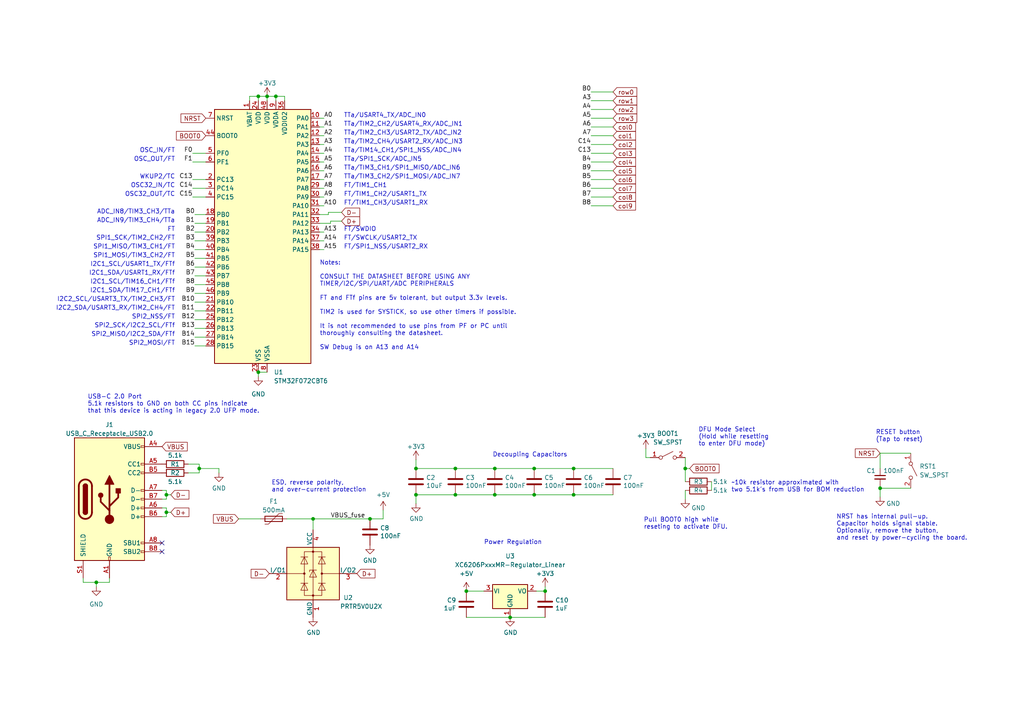
<source format=kicad_sch>
(kicad_sch (version 20231120) (generator "eeschema") (generator_version "8.0")
  (paper "A4")
  (lib_symbols
    (symbol "+5V_1" (power) (pin_names (offset 0))
      (property "Value" "+5V_1" (at 0 3.556 0))
      (symbol "+5V_1_0_1"
        (polyline (pts (xy -0.762 1.27) (xy 0 2.54)))
        (polyline (pts (xy 0 0) (xy 0 2.54)))
        (polyline (pts (xy 0 2.54) (xy 0.762 1.27)))
      )
      (symbol "+5V_1_1_1"
        (pin power_in line (at 0 0 90) (length 0) hide (name "+5V") (number "1"))
      )
    )
    (symbol "Connector:USB_C_Receptacle_USB2.0" (pin_names (offset 1.016))
      (property "Reference" "J" (at -10.16 19.05 0))
      (property "Value" "USB_C_Receptacle_USB2.0" (at 19.05 19.05 0))
      (symbol "USB_C_Receptacle_USB2.0_0_0"
        (rectangle (start -0.254 -17.78) (end 0.254 -16.764))
        (rectangle (start 10.16 -14.986) (end 9.144 -15.494))
        (rectangle (start 10.16 -12.446) (end 9.144 -12.954))
        (rectangle (start 10.16 -4.826) (end 9.144 -5.334))
        (rectangle (start 10.16 -2.286) (end 9.144 -2.794))
        (rectangle (start 10.16 0.254) (end 9.144 -0.254))
        (rectangle (start 10.16 2.794) (end 9.144 2.286))
        (rectangle (start 10.16 7.874) (end 9.144 7.366))
        (rectangle (start 10.16 10.414) (end 9.144 9.906))
        (rectangle (start 10.16 15.494) (end 9.144 14.986))
      )
      (symbol "USB_C_Receptacle_USB2.0_0_1"
        (rectangle (start -10.16 17.78) (end 10.16 -17.78) (stroke (width 0.254)) (fill (type background)))
        (arc (start -8.89 -3.81) (mid -6.985 -5.7067) (end -5.08 -3.81) (stroke (width 0.508)))
        (arc (start -7.62 -3.81) (mid -6.985 -4.4423) (end -6.35 -3.81) (stroke (width 0.254)))
        (arc (start -7.62 -3.81) (mid -6.985 -4.4423) (end -6.35 -3.81) (stroke (width 0.254)) (fill (type outline)))
        (rectangle (start -7.62 -3.81) (end -6.35 3.81) (stroke (width 0.254)) (fill (type outline)))
        (arc (start -6.35 3.81) (mid -6.985 4.4423) (end -7.62 3.81) (stroke (width 0.254)))
        (arc (start -6.35 3.81) (mid -6.985 4.4423) (end -7.62 3.81) (stroke (width 0.254)) (fill (type outline)))
        (arc (start -5.08 3.81) (mid -6.985 5.7067) (end -8.89 3.81) (stroke (width 0.508)))
        (circle (center -2.54 1.143) (radius 0.635) (stroke (width 0.254)) (fill (type outline)))
        (circle (center 0 -5.842) (radius 1.27) (fill (type outline)))
        (polyline (pts (xy -8.89 -3.81) (xy -8.89 3.81)) (stroke (width 0.508)))
        (polyline (pts (xy -5.08 3.81) (xy -5.08 -3.81)) (stroke (width 0.508)))
        (polyline (pts (xy 0 -5.842) (xy 0 4.318)) (stroke (width 0.508)))
        (polyline (pts (xy 0 -3.302) (xy -2.54 -0.762) (xy -2.54 0.508)) (stroke (width 0.508)))
        (polyline (pts (xy 0 -2.032) (xy 2.54 0.508) (xy 2.54 1.778)) (stroke (width 0.508)))
        (polyline (pts (xy -1.27 4.318) (xy 0 6.858) (xy 1.27 4.318) (xy -1.27 4.318)) (stroke (width 0.254)) (fill (type outline)))
        (rectangle (start 1.905 1.778) (end 3.175 3.048) (stroke (width 0.254)) (fill (type outline)))
      )
      (symbol "USB_C_Receptacle_USB2.0_1_1"
        (pin passive line (at 0 -22.86 90) (length 5.08) (name "GND") (number "A1"))
        (pin passive line (at 0 -22.86 90) (length 5.08) hide (name "GND") (number "A12"))
        (pin passive line (at 15.24 15.24 180) (length 5.08) (name "VBUS") (number "A4"))
        (pin bidirectional line (at 15.24 10.16 180) (length 5.08) (name "CC1") (number "A5"))
        (pin bidirectional line (at 15.24 -2.54 180) (length 5.08) (name "D+") (number "A6"))
        (pin bidirectional line (at 15.24 2.54 180) (length 5.08) (name "D-") (number "A7"))
        (pin bidirectional line (at 15.24 -12.7 180) (length 5.08) (name "SBU1") (number "A8"))
        (pin passive line (at 15.24 15.24 180) (length 5.08) hide (name "VBUS") (number "A9"))
        (pin passive line (at 0 -22.86 90) (length 5.08) hide (name "GND") (number "B1"))
        (pin passive line (at 0 -22.86 90) (length 5.08) hide (name "GND") (number "B12"))
        (pin passive line (at 15.24 15.24 180) (length 5.08) hide (name "VBUS") (number "B4"))
        (pin bidirectional line (at 15.24 7.62 180) (length 5.08) (name "CC2") (number "B5"))
        (pin bidirectional line (at 15.24 -5.08 180) (length 5.08) (name "D+") (number "B6"))
        (pin bidirectional line (at 15.24 0 180) (length 5.08) (name "D-") (number "B7"))
        (pin bidirectional line (at 15.24 -15.24 180) (length 5.08) (name "SBU2") (number "B8"))
        (pin passive line (at 15.24 15.24 180) (length 5.08) hide (name "VBUS") (number "B9"))
        (pin passive line (at -7.62 -22.86 90) (length 5.08) (name "SHIELD") (number "S1"))
      )
    )
    (symbol "Device:C" (pin_numbers hide) (pin_names (offset 0.254))
      (property "Reference" "C" (at 0.635 2.54 0))
      (property "Value" "C" (at 0.635 -2.54 0))
      (symbol "C_0_1"
        (polyline (pts (xy -2.032 -0.762) (xy 2.032 -0.762)) (stroke (width 0.508)))
        (polyline (pts (xy -2.032 0.762) (xy 2.032 0.762)) (stroke (width 0.508)))
      )
      (symbol "C_1_1"
        (pin passive line (at 0 3.81 270) (length 2.794) (name "~") (number "1"))
        (pin passive line (at 0 -3.81 90) (length 2.794) (name "~") (number "2"))
      )
    )
    (symbol "Device:C_Small" (pin_numbers hide) (pin_names (offset 0.254) hide)
      (property "Reference" "C" (at 0.254 1.778 0))
      (property "Value" "C_Small" (at 0.254 -2.032 0))
      (symbol "C_Small_0_1"
        (polyline (pts (xy -1.524 -0.508) (xy 1.524 -0.508)) (stroke (width 0.3302)))
        (polyline (pts (xy -1.524 0.508) (xy 1.524 0.508)) (stroke (width 0.3048)))
      )
      (symbol "C_Small_1_1"
        (pin passive line (at 0 2.54 270) (length 2.032) (name "~") (number "1"))
        (pin passive line (at 0 -2.54 90) (length 2.032) (name "~") (number "2"))
      )
    )
    (symbol "Device:Polyfuse" (pin_numbers hide) (pin_names (offset 0))
      (property "Reference" "F" (at -2.54 0 90))
      (property "Value" "Polyfuse" (at 2.54 0 90))
      (symbol "Polyfuse_0_1"
        (rectangle (start -0.762 2.54) (end 0.762 -2.54) (stroke (width 0.254)))
        (polyline (pts (xy 0 2.54) (xy 0 -2.54)))
        (polyline (pts (xy -1.524 2.54) (xy -1.524 1.524) (xy 1.524 -1.524) (xy 1.524 -2.54)))
      )
      (symbol "Polyfuse_1_1"
        (pin passive line (at 0 3.81 270) (length 1.27) (name "~") (number "1"))
        (pin passive line (at 0 -3.81 90) (length 1.27) (name "~") (number "2"))
      )
    )
    (symbol "Device:R" (pin_numbers hide) (pin_names (offset 0))
      (property "Reference" "R" (at 2.032 0 90))
      (property "Value" "R" (at 0 0 90))
      (symbol "R_0_1"
        (rectangle (start -1.016 -2.54) (end 1.016 2.54) (stroke (width 0.254)))
      )
      (symbol "R_1_1"
        (pin passive line (at 0 3.81 270) (length 1.27) (name "~") (number "1"))
        (pin passive line (at 0 -3.81 90) (length 1.27) (name "~") (number "2"))
      )
    )
    (symbol "MCU_ST_STM32F0:STM32F072CBTx"
      (property "Reference" "U" (at -12.7 39.37 0))
      (property "Value" "STM32F072CBTx" (at 10.16 39.37 0))
      (symbol "STM32F072CBTx_0_1"
        (rectangle (start -12.7 -35.56) (end 15.24 38.1) (stroke (width 0.254)) (fill (type background)))
      )
      (symbol "STM32F072CBTx_1_1"
        (pin power_in line (at -2.54 40.64 270) (length 2.54) (name "VBAT") (number "1"))
        (pin bidirectional line (at 17.78 35.56 180) (length 2.54) (name "PA0") (number "10"))
        (pin bidirectional line (at 17.78 33.02 180) (length 2.54) (name "PA1") (number "11"))
        (pin bidirectional line (at 17.78 30.48 180) (length 2.54) (name "PA2") (number "12"))
        (pin bidirectional line (at 17.78 27.94 180) (length 2.54) (name "PA3") (number "13"))
        (pin bidirectional line (at 17.78 25.4 180) (length 2.54) (name "PA4") (number "14"))
        (pin bidirectional line (at 17.78 22.86 180) (length 2.54) (name "PA5") (number "15"))
        (pin bidirectional line (at 17.78 20.32 180) (length 2.54) (name "PA6") (number "16"))
        (pin bidirectional line (at 17.78 17.78 180) (length 2.54) (name "PA7") (number "17"))
        (pin bidirectional line (at -15.24 7.62 0) (length 2.54) (name "PB0") (number "18"))
        (pin bidirectional line (at -15.24 5.08 0) (length 2.54) (name "PB1") (number "19"))
        (pin bidirectional line (at -15.24 17.78 0) (length 2.54) (name "PC13") (number "2"))
        (pin bidirectional line (at -15.24 2.54 0) (length 2.54) (name "PB2") (number "20"))
        (pin bidirectional line (at -15.24 -17.78 0) (length 2.54) (name "PB10") (number "21"))
        (pin bidirectional line (at -15.24 -20.32 0) (length 2.54) (name "PB11") (number "22"))
        (pin power_in line (at 0 -38.1 90) (length 2.54) (name "VSS") (number "23"))
        (pin power_in line (at 0 40.64 270) (length 2.54) (name "VDD") (number "24"))
        (pin bidirectional line (at -15.24 -22.86 0) (length 2.54) (name "PB12") (number "25"))
        (pin bidirectional line (at -15.24 -25.4 0) (length 2.54) (name "PB13") (number "26"))
        (pin bidirectional line (at -15.24 -27.94 0) (length 2.54) (name "PB14") (number "27"))
        (pin bidirectional line (at -15.24 -30.48 0) (length 2.54) (name "PB15") (number "28"))
        (pin bidirectional line (at 17.78 15.24 180) (length 2.54) (name "PA8") (number "29"))
        (pin bidirectional line (at -15.24 15.24 0) (length 2.54) (name "PC14") (number "3"))
        (pin bidirectional line (at 17.78 12.7 180) (length 2.54) (name "PA9") (number "30"))
        (pin bidirectional line (at 17.78 10.16 180) (length 2.54) (name "PA10") (number "31"))
        (pin bidirectional line (at 17.78 7.62 180) (length 2.54) (name "PA11") (number "32"))
        (pin bidirectional line (at 17.78 5.08 180) (length 2.54) (name "PA12") (number "33"))
        (pin bidirectional line (at 17.78 2.54 180) (length 2.54) (name "PA13") (number "34"))
        (pin passive line (at 0 -38.1 90) (length 2.54) hide (name "VSS") (number "35"))
        (pin power_in line (at 7.62 40.64 270) (length 2.54) (name "VDDIO2") (number "36"))
        (pin bidirectional line (at 17.78 0 180) (length 2.54) (name "PA14") (number "37"))
        (pin bidirectional line (at 17.78 -2.54 180) (length 2.54) (name "PA15") (number "38"))
        (pin bidirectional line (at -15.24 0 0) (length 2.54) (name "PB3") (number "39"))
        (pin bidirectional line (at -15.24 12.7 0) (length 2.54) (name "PC15") (number "4"))
        (pin bidirectional line (at -15.24 -2.54 0) (length 2.54) (name "PB4") (number "40"))
        (pin bidirectional line (at -15.24 -5.08 0) (length 2.54) (name "PB5") (number "41"))
        (pin bidirectional line (at -15.24 -7.62 0) (length 2.54) (name "PB6") (number "42"))
        (pin bidirectional line (at -15.24 -10.16 0) (length 2.54) (name "PB7") (number "43"))
        (pin input line (at -15.24 30.48 0) (length 2.54) (name "BOOT0") (number "44"))
        (pin bidirectional line (at -15.24 -12.7 0) (length 2.54) (name "PB8") (number "45"))
        (pin bidirectional line (at -15.24 -15.24 0) (length 2.54) (name "PB9") (number "46"))
        (pin passive line (at 0 -38.1 90) (length 2.54) hide (name "VSS") (number "47"))
        (pin power_in line (at 2.54 40.64 270) (length 2.54) (name "VDD") (number "48"))
        (pin bidirectional line (at -15.24 25.4 0) (length 2.54) (name "PF0") (number "5"))
        (pin bidirectional line (at -15.24 22.86 0) (length 2.54) (name "PF1") (number "6"))
        (pin input line (at -15.24 35.56 0) (length 2.54) (name "NRST") (number "7"))
        (pin power_in line (at 2.54 -38.1 90) (length 2.54) (name "VSSA") (number "8"))
        (pin power_in line (at 5.08 40.64 270) (length 2.54) (name "VDDA") (number "9"))
      )
    )
    (symbol "Power_Protection:PRTR5V0U2X" (pin_names (offset 0))
      (property "Reference" "D" (at 2.794 8.636 0))
      (property "Value" "PRTR5V0U2X" (at 8.128 -9.398 0))
      (symbol "PRTR5V0U2X_0_1"
        (rectangle (start -7.62 -7.62) (end 7.62 7.62) (stroke (width 0.254)) (fill (type background)))
        (circle (center -2.54 0) (radius 0.254) (fill (type outline)))
        (rectangle (start -2.54 6.35) (end 2.54 -6.35))
        (circle (center 0 -6.35) (radius 0.254) (fill (type outline)))
        (polyline (pts (xy -2.54 0) (xy -7.62 0)))
        (polyline (pts (xy -1.524 -2.794) (xy -3.556 -2.794)))
        (polyline (pts (xy -1.524 4.826) (xy -3.556 4.826)))
        (polyline (pts (xy 0 -7.62) (xy 0 7.62)))
        (polyline (pts (xy 1.524 -2.794) (xy 3.556 -2.794)))
        (polyline (pts (xy 1.524 4.826) (xy 3.556 4.826)))
        (polyline (pts (xy 2.54 0) (xy 7.62 0)))
        (polyline (pts (xy 1.016 1.016) (xy -1.016 1.016) (xy -1.016 0.508)))
        (polyline (pts (xy -3.556 -4.826) (xy -1.524 -4.826) (xy -2.54 -2.794) (xy -3.556 -4.826)))
        (polyline (pts (xy -3.556 2.794) (xy -1.524 2.794) (xy -2.54 4.826) (xy -3.556 2.794)))
        (polyline (pts (xy -1.016 -1.016) (xy 1.016 -1.016) (xy 0 1.016) (xy -1.016 -1.016)))
        (polyline (pts (xy 3.556 -4.826) (xy 1.524 -4.826) (xy 2.54 -2.794) (xy 3.556 -4.826)))
        (polyline (pts (xy 3.556 2.794) (xy 1.524 2.794) (xy 2.54 4.826) (xy 3.556 2.794)))
        (circle (center 0 6.35) (radius 0.254) (fill (type outline)))
        (circle (center 2.54 0) (radius 0.254) (fill (type outline)))
      )
      (symbol "PRTR5V0U2X_1_1"
        (pin passive line (at 0 -12.7 90) (length 5.08) (name "GND") (number "1"))
        (pin passive line (at -12.7 0 0) (length 5.08) (name "I/O1") (number "2"))
        (pin passive line (at 12.7 0 180) (length 5.08) (name "I/O2") (number "3"))
        (pin passive line (at 0 12.7 270) (length 5.08) (name "VCC") (number "4"))
      )
    )
    (symbol "Switch:SW_SPST" (pin_names (offset 0) hide)
      (property "Reference" "SW" (at 0 3.175 0))
      (property "Value" "SW_SPST" (at 0 -2.54 0))
      (symbol "SW_SPST_0_0"
        (circle (center -2.032 0) (radius 0.508))
        (polyline (pts (xy -1.524 0.254) (xy 1.524 1.778)))
        (circle (center 2.032 0) (radius 0.508))
      )
      (symbol "SW_SPST_1_1"
        (pin passive line (at -5.08 0 0) (length 2.54) (name "A") (number "1"))
        (pin passive line (at 5.08 0 180) (length 2.54) (name "B") (number "2"))
      )
    )
    (symbol "kicad-keyboard-parts:XC6206PxxxMR-Regulator_Linear" (pin_names (offset 0.254))
      (property "Reference" "U" (at -3.81 3.175 0))
      (property "Value" "XC6206PxxxMR-Regulator_Linear" (at 0 3.175 0))
      (property "LCSC" "C5446" (at 0 0 0))
      (symbol "XC6206PxxxMR-Regulator_Linear_0_1"
        (rectangle (start -5.08 1.905) (end 5.08 -5.08) (stroke (width 0.254)) (fill (type background)))
      )
      (symbol "XC6206PxxxMR-Regulator_Linear_1_1"
        (pin power_in line (at 0 -7.62 90) (length 2.54) (name "GND") (number "1"))
        (pin power_out line (at 7.62 0 180) (length 2.54) (name "VO") (number "2"))
        (pin power_in line (at -7.62 0 0) (length 2.54) (name "VI") (number "3"))
      )
    )
    (symbol "power:+3V3" (power) (pin_names (offset 0))
      (property "Value" "+3V3" (at 0 3.556 0))
      (symbol "+3V3_0_1"
        (polyline (pts (xy -0.762 1.27) (xy 0 2.54)))
        (polyline (pts (xy 0 0) (xy 0 2.54)))
        (polyline (pts (xy 0 2.54) (xy 0.762 1.27)))
      )
      (symbol "+3V3_1_1"
        (pin power_in line (at 0 0 90) (length 0) hide (name "+3V3") (number "1"))
      )
    )
    (symbol "power:+5V" (power) (pin_names (offset 0))
      (property "Value" "+5V" (at 0 3.556 0))
      (symbol "+5V_0_1"
        (polyline (pts (xy -0.762 1.27) (xy 0 2.54)))
        (polyline (pts (xy 0 0) (xy 0 2.54)))
        (polyline (pts (xy 0 2.54) (xy 0.762 1.27)))
      )
      (symbol "+5V_1_1"
        (pin power_in line (at 0 0 90) (length 0) hide (name "+5V") (number "1"))
      )
    )
    (symbol "power:GND" (power) (pin_names (offset 0))
      (property "Value" "GND" (at 0 -3.81 0))
      (symbol "GND_0_1"
        (polyline (pts (xy 0 0) (xy 0 -1.27) (xy 1.27 -1.27) (xy 0 -2.54) (xy -1.27 -1.27) (xy 0 -1.27)))
      )
      (symbol "GND_1_1"
        (pin power_in line (at 0 0 270) (length 0) hide (name "GND") (number "1"))
      )
    )
  )
  (junction (at 135.255 171.45))
  (junction (at 74.93 107.95))
  (junction (at 107.315 150.495))
  (junction (at 132.08 135.89))
  (junction (at 154.94 135.89))
  (junction (at 255.27 141.605))
  (junction (at 154.94 143.51))
  (junction (at 74.93 27.94))
  (junction (at 147.955 179.07) (diameter 0.9144))
  (junction (at 198.755 135.89))
  (junction (at 27.94 168.91))
  (junction (at 143.51 135.89))
  (junction (at 77.47 27.94))
  (junction (at 166.37 143.51))
  (junction (at 48.26 143.51))
  (junction (at 120.65 135.89))
  (junction (at 48.26 148.59))
  (junction (at 166.37 135.89))
  (junction (at 120.65 143.51))
  (junction (at 80.01 27.94))
  (junction (at 158.115 171.45))
  (junction (at 57.785 135.89))
  (junction (at 132.08 143.51))
  (junction (at 143.51 143.51))
  (junction (at 90.805 150.495))
  (no_connect (at 46.99 157.48))
  (no_connect (at 46.99 160.02))
  (wire (pts (xy 158.115 170.18) (xy 158.115 171.45)))
  (wire (pts (xy 48.26 143.51) (xy 48.26 144.78)))
  (wire (pts (xy 177.8 41.91) (xy 171.45 41.91)))
  (wire (pts (xy 93.98 46.99) (xy 92.71 46.99)))
  (wire (pts (xy 63.5 135.89) (xy 63.5 137.16)))
  (wire (pts (xy 90.805 150.495) (xy 90.805 153.67)))
  (wire (pts (xy 27.94 170.18) (xy 27.94 168.91)))
  (wire (pts (xy 74.93 109.22) (xy 74.93 107.95)))
  (wire (pts (xy 93.98 34.29) (xy 92.71 34.29)))
  (wire (pts (xy 155.575 171.45) (xy 158.115 171.45)))
  (wire (pts (xy 46.99 147.32) (xy 48.26 147.32)))
  (wire (pts (xy 93.98 49.53) (xy 92.71 49.53)))
  (wire (pts (xy 154.94 143.51) (xy 166.37 143.51)))
  (wire (pts (xy 55.88 54.61) (xy 59.69 54.61)))
  (wire (pts (xy 255.27 144.145) (xy 255.27 141.605)))
  (wire (pts (xy 198.755 135.89) (xy 198.755 139.7)))
  (wire (pts (xy 255.27 131.445) (xy 264.16 131.445)))
  (wire (pts (xy 56.515 95.25) (xy 59.69 95.25)))
  (wire (pts (xy 154.94 135.89) (xy 166.37 135.89)))
  (wire (pts (xy 72.39 27.94) (xy 72.39 29.21)))
  (wire (pts (xy 48.26 148.59) (xy 49.53 148.59)))
  (wire (pts (xy 48.26 143.51) (xy 49.53 143.51)))
  (wire (pts (xy 57.785 137.16) (xy 57.785 135.89)))
  (wire (pts (xy 93.98 39.37) (xy 92.71 39.37)))
  (wire (pts (xy 48.26 142.24) (xy 48.26 143.51)))
  (wire (pts (xy 95.885 64.77) (xy 92.71 64.77)))
  (wire (pts (xy 177.8 59.69) (xy 171.45 59.69)))
  (wire (pts (xy 93.98 67.31) (xy 92.71 67.31)))
  (wire (pts (xy 56.515 82.55) (xy 59.69 82.55)))
  (wire (pts (xy 56.515 92.71) (xy 59.69 92.71)))
  (wire (pts (xy 54.61 137.16) (xy 57.785 137.16)))
  (wire (pts (xy 27.94 168.91) (xy 31.75 168.91)))
  (wire (pts (xy 132.08 135.89) (xy 120.65 135.89)))
  (wire (pts (xy 93.98 72.39) (xy 92.71 72.39)))
  (wire (pts (xy 80.01 27.94) (xy 77.47 27.94)))
  (wire (pts (xy 147.955 179.07) (xy 135.255 179.07)))
  (wire (pts (xy 206.375 139.7) (xy 206.375 142.24)))
  (wire (pts (xy 177.8 29.21) (xy 171.45 29.21)))
  (wire (pts (xy 24.13 167.64) (xy 24.13 168.91)))
  (wire (pts (xy 93.98 54.61) (xy 92.71 54.61)))
  (wire (pts (xy 166.37 143.51) (xy 177.8 143.51)))
  (wire (pts (xy 188.595 132.715) (xy 187.325 132.715)))
  (wire (pts (xy 24.13 168.91) (xy 27.94 168.91)))
  (wire (pts (xy 56.515 74.93) (xy 59.69 74.93)))
  (wire (pts (xy 77.47 27.94) (xy 77.47 29.21)))
  (wire (pts (xy 57.785 135.89) (xy 63.5 135.89)))
  (wire (pts (xy 107.315 150.495) (xy 111.125 150.495)))
  (wire (pts (xy 48.26 147.32) (xy 48.26 148.59)))
  (wire (pts (xy 55.88 46.99) (xy 59.69 46.99)))
  (wire (pts (xy 56.515 90.17) (xy 59.69 90.17)))
  (wire (pts (xy 80.01 27.94) (xy 82.55 27.94)))
  (wire (pts (xy 132.08 143.51) (xy 120.65 143.51)))
  (wire (pts (xy 72.39 27.94) (xy 74.93 27.94)))
  (wire (pts (xy 177.8 52.07) (xy 171.45 52.07)))
  (wire (pts (xy 57.785 135.89) (xy 57.785 134.62)))
  (wire (pts (xy 177.8 26.67) (xy 171.45 26.67)))
  (wire (pts (xy 93.98 57.15) (xy 92.71 57.15)))
  (wire (pts (xy 56.515 80.01) (xy 59.69 80.01)))
  (wire (pts (xy 46.99 144.78) (xy 48.26 144.78)))
  (wire (pts (xy 55.88 52.07) (xy 59.69 52.07)))
  (wire (pts (xy 82.55 27.94) (xy 82.55 29.21)))
  (wire (pts (xy 177.8 36.83) (xy 171.45 36.83)))
  (wire (pts (xy 255.27 141.605) (xy 264.16 141.605)))
  (wire (pts (xy 56.515 97.79) (xy 59.69 97.79)))
  (wire (pts (xy 93.98 41.91) (xy 92.71 41.91)))
  (wire (pts (xy 147.955 179.07) (xy 158.115 179.07)))
  (wire (pts (xy 54.61 134.62) (xy 57.785 134.62)))
  (wire (pts (xy 93.98 59.69) (xy 92.71 59.69)))
  (wire (pts (xy 55.88 57.15) (xy 59.69 57.15)))
  (wire (pts (xy 120.65 146.05) (xy 120.65 143.51)))
  (wire (pts (xy 46.99 149.86) (xy 48.26 149.86)))
  (wire (pts (xy 74.93 27.94) (xy 77.47 27.94)))
  (wire (pts (xy 48.26 149.86) (xy 48.26 148.59)))
  (wire (pts (xy 56.515 69.85) (xy 59.69 69.85)))
  (wire (pts (xy 99.06 61.595) (xy 95.25 61.595)))
  (wire (pts (xy 255.27 141.605) (xy 255.27 140.97)))
  (wire (pts (xy 80.01 27.94) (xy 80.01 29.21)))
  (wire (pts (xy 143.51 135.89) (xy 154.94 135.89)))
  (wire (pts (xy 95.25 62.23) (xy 92.71 62.23)))
  (wire (pts (xy 31.75 168.91) (xy 31.75 167.64)))
  (wire (pts (xy 56.515 85.09) (xy 59.69 85.09)))
  (wire (pts (xy 99.06 64.135) (xy 95.885 64.135)))
  (wire (pts (xy 56.515 77.47) (xy 59.69 77.47)))
  (wire (pts (xy 90.805 150.495) (xy 107.315 150.495)))
  (wire (pts (xy 177.8 57.15) (xy 171.45 57.15)))
  (wire (pts (xy 177.8 44.45) (xy 171.45 44.45)))
  (wire (pts (xy 95.25 61.595) (xy 95.25 62.23)))
  (wire (pts (xy 69.215 150.495) (xy 75.565 150.495)))
  (wire (pts (xy 120.65 133.35) (xy 120.65 135.89)))
  (wire (pts (xy 95.885 64.135) (xy 95.885 64.77)))
  (wire (pts (xy 143.51 143.51) (xy 132.08 143.51)))
  (wire (pts (xy 166.37 135.89) (xy 177.8 135.89)))
  (wire (pts (xy 93.98 44.45) (xy 92.71 44.45)))
  (wire (pts (xy 177.8 31.75) (xy 171.45 31.75)))
  (wire (pts (xy 177.8 49.53) (xy 171.45 49.53)))
  (wire (pts (xy 93.98 36.83) (xy 92.71 36.83)))
  (wire (pts (xy 56.515 67.31) (xy 59.69 67.31)))
  (wire (pts (xy 143.51 143.51) (xy 154.94 143.51)))
  (wire (pts (xy 83.185 150.495) (xy 90.805 150.495)))
  (wire (pts (xy 177.8 39.37) (xy 171.45 39.37)))
  (wire (pts (xy 56.515 64.77) (xy 59.69 64.77)))
  (wire (pts (xy 55.88 44.45) (xy 59.69 44.45)))
  (wire (pts (xy 56.515 72.39) (xy 59.69 72.39)))
  (wire (pts (xy 143.51 135.89) (xy 132.08 135.89)))
  (wire (pts (xy 187.325 132.715) (xy 187.325 130.175)))
  (wire (pts (xy 177.8 46.99) (xy 171.45 46.99)))
  (wire (pts (xy 177.8 54.61) (xy 171.45 54.61)))
  (wire (pts (xy 93.98 52.07) (xy 92.71 52.07)))
  (wire (pts (xy 111.125 147.955) (xy 111.125 150.495)))
  (wire (pts (xy 74.93 107.95) (xy 77.47 107.95)))
  (wire (pts (xy 74.93 27.94) (xy 74.93 29.21)))
  (wire (pts (xy 93.98 69.85) (xy 92.71 69.85)))
  (wire (pts (xy 255.27 131.445) (xy 255.27 135.89)))
  (wire (pts (xy 135.255 171.45) (xy 140.335 171.45)))
  (wire (pts (xy 56.515 87.63) (xy 59.69 87.63)))
  (wire (pts (xy 198.755 135.89) (xy 200.025 135.89)))
  (wire (pts (xy 56.515 62.23) (xy 59.69 62.23)))
  (wire (pts (xy 56.515 100.33) (xy 59.69 100.33)))
  (wire (pts (xy 46.99 142.24) (xy 48.26 142.24)))
  (wire (pts (xy 198.755 142.24) (xy 198.755 144.78)))
  (wire (pts (xy 177.8 34.29) (xy 171.45 34.29)))
  (wire (pts (xy 198.755 132.715) (xy 198.755 135.89)))
  (text "I2C1_SDA/USART1_RX/FTf" (at 50.8 80.01 0) (effects (font (size 1.27 1.27)) (justify right bottom)))
  (text "NRST has internal pull-up.\nCapacitor holds signal stable.\nOptionally, remove the button,\nand reset by power-cycling the board." (at 242.57 156.845 0) (effects (font (size 1.27 1.27)) (justify left bottom)))
  (text "TTa/TIM3_CH2/SPI1_MOSI/ADC_IN7" (at 99.695 52.07 0) (effects (font (size 1.27 1.27)) (justify left bottom)))
  (text "TTa/TIM14_CH1/SPI1_NSS/ADC_IN4" (at 99.695 44.45 0) (effects (font (size 1.27 1.27)) (justify left bottom)))
  (text "SPI2_MISO/I2C2_SDA/FTf" (at 50.8 97.79 0) (effects (font (size 1.27 1.27)) (justify right bottom)))
  (text "ESD, reverse polarity,\nand over-current protection" (at 78.74 142.875 0) (effects (font (size 1.27 1.27)) (justify left bottom)))
  (text "OSC32_IN/TC" (at 50.8 54.61 0) (effects (font (size 1.27 1.27)) (justify right bottom)))
  (text "FT" (at 50.8 67.31 0) (effects (font (size 1.27 1.27)) (justify right bottom)))
  (text "FT/SPI1_NSS/USART2_RX" (at 99.695 72.39 0) (effects (font (size 1.27 1.27)) (justify left bottom)))
  (text "OSC32_OUT/TC" (at 50.8 57.15 0) (effects (font (size 1.27 1.27)) (justify right bottom)))
  (text "SPI2_NSS/FT" (at 50.8 92.71 0) (effects (font (size 1.27 1.27)) (justify right bottom)))
  (text "I2C2_SDA/USART3_RX/TIM2_CH4/FT" (at 50.8 90.17 0) (effects (font (size 1.27 1.27)) (justify right bottom)))
  (text "ADC_IN9/TIM3_CH4/TTa" (at 50.8 64.77 0) (effects (font (size 1.27 1.27)) (justify right bottom)))
  (text "Decoupling Capacitors" (at 142.875 132.715 0) (effects (font (size 1.27 1.27)) (justify left bottom)))
  (text "OSC_IN/FT" (at 50.8 44.45 0) (effects (font (size 1.27 1.27)) (justify right bottom)))
  (text "SPI1_MOSI/TIM3_CH2/FT" (at 50.8 74.93 0) (effects (font (size 1.27 1.27)) (justify right bottom)))
  (text "Pull BOOT0 high while \nreseting to activate DFU." (at 186.69 153.67 0) (effects (font (size 1.27 1.27)) (justify left bottom)))
  (text "FT/SWDIO" (at 99.695 67.31 0) (effects (font (size 1.27 1.27)) (justify left bottom)))
  (text "I2C1_SCL/USART1_TX/FTf" (at 50.8 77.47 0) (effects (font (size 1.27 1.27)) (justify right bottom)))
  (text "TTa/TIM2_CH3/USART2_TX/ADC_IN2" (at 99.695 39.37 0) (effects (font (size 1.27 1.27)) (justify left bottom)))
  (text "~10k resistor approximated with\ntwo 5.1k's from USB for BOM reduction" (at 212.09 142.875 0) (effects (font (size 1.27 1.27)) (justify left bottom)))
  (text "Power Regulation" (at 140.335 158.115 0) (effects (font (size 1.27 1.27)) (justify left bottom)))
  (text "WKUP2/TC" (at 50.8 52.07 0) (effects (font (size 1.27 1.27)) (justify right bottom)))
  (text "I2C2_SCL/USART3_TX/TIM2_CH3/FT" (at 50.8 87.63 0) (effects (font (size 1.27 1.27)) (justify right bottom)))
  (text "TTa/SPI1_SCK/ADC_IN5" (at 99.695 46.99 0) (effects (font (size 1.27 1.27)) (justify left bottom)))
  (text "FT/TIM1_CH1" (at 99.695 54.61 0) (effects (font (size 1.27 1.27)) (justify left bottom)))
  (text "SPI1_SCK/TIM2_CH2/FT" (at 50.8 69.85 0) (effects (font (size 1.27 1.27)) (justify right bottom)))
  (text "OSC_OUT/FT" (at 50.8 46.99 0) (effects (font (size 1.27 1.27)) (justify right bottom)))
  (text "I2C1_SCL/TIM16_CH1/FTf" (at 50.8 82.55 0) (effects (font (size 1.27 1.27)) (justify right bottom)))
  (text "TTa/TIM3_CH1/SPI1_MISO/ADC_IN6" (at 99.695 49.53 0) (effects (font (size 1.27 1.27)) (justify left bottom)))
  (text "TTa/TIM2_CH2/USART4_RX/ADC_IN1" (at 99.695 36.83 0) (effects (font (size 1.27 1.27)) (justify left bottom)))
  (text "DFU Mode Select\n(Hold while resetting\nto enter DFU mode)" (at 202.565 129.54 0) (effects (font (size 1.27 1.27)) (justify left bottom)))
  (text "TTa/TIM2_CH4/USART2_RX/ADC_IN3" (at 99.695 41.91 0) (effects (font (size 1.27 1.27)) (justify left bottom)))
  (text "Notes:\n\nCONSULT THE DATASHEET BEFORE USING ANY \nTIMER/I2C/SPI/UART/ADC PERIPHERALS\n\nFT and FTf pins are 5v tolerant, but output 3.3v levels.\n\nTIM2 is used for SYSTICK, so use other timers if possible.\n\nIt is not recommended to use pins from PF or PC until\nthoroughly consulting the datasheet.\n\nSW Debug is on A13 and A14" (at 92.71 101.6 0) (effects (font (size 1.27 1.27)) (justify left bottom)))
  (text "SPI2_SCK/I2C2_SCL/FTf" (at 50.8 95.25 0) (effects (font (size 1.27 1.27)) (justify right bottom)))
  (text "SPI1_MISO/TIM3_CH1/FT" (at 50.8 72.39 0) (effects (font (size 1.27 1.27)) (justify right bottom)))
  (text "I2C1_SDA/TIM17_CH1/FTf" (at 50.8 85.09 0) (effects (font (size 1.27 1.27)) (justify right bottom)))
  (text "TTa/USART4_TX/ADC_IN0" (at 99.695 34.29 0) (effects (font (size 1.27 1.27)) (justify left bottom)))
  (text "ADC_IN8/TIM3_CH3/TTa" (at 50.8 62.23 0) (effects (font (size 1.27 1.27)) (justify right bottom)))
  (text "FT/SWCLK/USART2_TX" (at 99.695 69.85 0) (effects (font (size 1.27 1.27)) (justify left bottom)))
  (text "RESET button\n(Tap to reset)" (at 254 128.27 0) (effects (font (size 1.27 1.27)) (justify left bottom)))
  (text "SPI2_MOSI/FT" (at 50.8 100.33 0) (effects (font (size 1.27 1.27)) (justify right bottom)))
  (text "USB-C 2.0 Port\n5.1k resistors to GND on both CC pins indicate\nthat this device is acting in legacy 2.0 UFP mode." (at 25.4 120.015 0) (effects (font (size 1.27 1.27)) (justify left bottom)))
  (text "FT/TIM1_CH3/USART1_RX" (at 99.695 59.69 0) (effects (font (size 1.27 1.27)) (justify left bottom)))
  (text "FT/TIM1_CH2/USART1_TX" (at 99.695 57.15 0) (effects (font (size 1.27 1.27)) (justify left bottom)))
  (label "B1" (at 56.515 64.77 180))
  (label "B5" (at 171.45 52.07 180))
  (label "A4" (at 93.98 44.45 0))
  (label "B15" (at 56.515 100.33 180))
  (label "B6" (at 56.515 77.47 180))
  (label "VBUS_fuse" (at 95.885 150.495 0))
  (label "B0" (at 56.515 62.23 180))
  (label "B11" (at 56.515 90.17 180))
  (label "C14" (at 55.88 54.61 180))
  (label "B7" (at 56.515 80.01 180))
  (label "A8" (at 93.98 54.61 0))
  (label "C14" (at 171.45 41.91 180))
  (label "B10" (at 56.515 87.63 180))
  (label "B9" (at 171.45 49.53 180))
  (label "A7" (at 171.45 39.37 180))
  (label "B0" (at 171.45 26.67 180))
  (label "B8" (at 56.515 82.55 180))
  (label "A6" (at 171.45 36.83 180))
  (label "F1" (at 55.88 46.99 180))
  (label "A14" (at 93.98 69.85 0))
  (label "A15" (at 93.98 72.39 0))
  (label "A3" (at 171.45 29.21 180))
  (label "F0" (at 55.88 44.45 180))
  (label "A5" (at 171.45 34.29 180))
  (label "A13" (at 93.98 67.31 0))
  (label "A2" (at 93.98 39.37 0))
  (label "A5" (at 93.98 46.99 0))
  (label "C13" (at 171.45 44.45 180))
  (label "B13" (at 56.515 95.25 180))
  (label "A10" (at 93.98 59.69 0))
  (label "A9" (at 93.98 57.15 0))
  (label "B12" (at 56.515 92.71 180))
  (label "B7" (at 171.45 57.15 180))
  (label "A3" (at 93.98 41.91 0))
  (label "C13" (at 55.88 52.07 180))
  (label "A0" (at 93.98 34.29 0))
  (label "A1" (at 93.98 36.83 0))
  (label "B5" (at 56.515 74.93 180))
  (label "B2" (at 56.515 67.31 180))
  (label "B9" (at 56.515 85.09 180))
  (label "A7" (at 93.98 52.07 0))
  (label "B4" (at 56.515 72.39 180))
  (label "B14" (at 56.515 97.79 180))
  (label "C15" (at 55.88 57.15 180))
  (label "B3" (at 56.515 69.85 180))
  (label "B8" (at 171.45 59.69 180))
  (label "B4" (at 171.45 46.99 180))
  (label "B6" (at 171.45 54.61 180))
  (label "A4" (at 171.45 31.75 180))
  (label "A6" (at 93.98 49.53 0))
  (global_label "NRST" (shape input) (at 255.27 131.445 180) (property "Intersheetrefs" "${INTERSHEET_REFS}" (effects (hide yes))))
  (global_label "col5" (shape input) (at 177.8 49.53 0) (property "Intersheetrefs" "${INTERSHEET_REFS}" (effects (hide yes))))
  (global_label "row3" (shape input) (at 177.8 34.29 0) (property "Intersheetrefs" "${INTERSHEET_REFS}" (effects (hide yes))))
  (global_label "BOOT0" (shape input) (at 59.69 39.37 180) (property "Intersheetrefs" "${INTERSHEET_REFS}" (effects (hide yes))))
  (global_label "col8" (shape input) (at 177.8 57.15 0) (property "Intersheetrefs" "${INTERSHEET_REFS}" (effects (hide yes))))
  (global_label "col4" (shape input) (at 177.8 46.99 0) (property "Intersheetrefs" "${INTERSHEET_REFS}" (effects (hide yes))))
  (global_label "D-" (shape input) (at 78.105 166.37 180) (property "Intersheetrefs" "${INTERSHEET_REFS}" (effects (hide yes))))
  (global_label "col7" (shape input) (at 177.8 54.61 0) (property "Intersheetrefs" "${INTERSHEET_REFS}" (effects (hide yes))))
  (global_label "VBUS" (shape input) (at 69.215 150.495 180) (property "Intersheetrefs" "${INTERSHEET_REFS}" (effects (hide yes))))
  (global_label "D+" (shape input) (at 49.53 148.59 0) (property "Intersheetrefs" "${INTERSHEET_REFS}" (effects (hide yes))))
  (global_label "D+" (shape input) (at 103.505 166.37 0) (property "Intersheetrefs" "${INTERSHEET_REFS}" (effects (hide yes))))
  (global_label "NRST" (shape input) (at 59.69 34.29 180) (property "Intersheetrefs" "${INTERSHEET_REFS}" (effects (hide yes))))
  (global_label "col1" (shape input) (at 177.8 39.37 0) (property "Intersheetrefs" "${INTERSHEET_REFS}" (effects (hide yes))))
  (global_label "row2" (shape input) (at 177.8 31.75 0) (property "Intersheetrefs" "${INTERSHEET_REFS}" (effects (hide yes))))
  (global_label "col6" (shape input) (at 177.8 52.07 0) (property "Intersheetrefs" "${INTERSHEET_REFS}" (effects (hide yes))))
  (global_label "D-" (shape input) (at 99.06 61.595 0) (property "Intersheetrefs" "${INTERSHEET_REFS}" (effects (hide yes))))
  (global_label "VBUS" (shape input) (at 46.99 129.54 0) (property "Intersheetrefs" "${INTERSHEET_REFS}" (effects (hide yes))))
  (global_label "D+" (shape input) (at 99.06 64.135 0) (property "Intersheetrefs" "${INTERSHEET_REFS}" (effects (hide yes))))
  (global_label "col2" (shape input) (at 177.8 41.91 0) (property "Intersheetrefs" "${INTERSHEET_REFS}" (effects (hide yes))))
  (global_label "col3" (shape input) (at 177.8 44.45 0) (property "Intersheetrefs" "${INTERSHEET_REFS}" (effects (hide yes))))
  (global_label "col9" (shape input) (at 177.8 59.69 0) (property "Intersheetrefs" "${INTERSHEET_REFS}" (effects (hide yes))))
  (global_label "row0" (shape input) (at 177.8 26.67 0) (property "Intersheetrefs" "${INTERSHEET_REFS}" (effects (hide yes))))
  (global_label "col0" (shape input) (at 177.8 36.83 0) (property "Intersheetrefs" "${INTERSHEET_REFS}" (effects (hide yes))))
  (global_label "D-" (shape input) (at 49.53 143.51 0) (property "Intersheetrefs" "${INTERSHEET_REFS}" (effects (hide yes))))
  (global_label "row1" (shape input) (at 177.8 29.21 0) (property "Intersheetrefs" "${INTERSHEET_REFS}" (effects (hide yes))))
  (global_label "BOOT0" (shape input) (at 200.025 135.89 0) (property "Intersheetrefs" "${INTERSHEET_REFS}" (effects (hide yes))))
  (symbol (lib_id "Device:Polyfuse") (at 79.375 150.495 90) (unit 1)
    (property "Reference" "F1" (at 79.375 145.415 90))
    (property "Value" "500mA" (at 79.375 147.955 90))
    (property "Footprint" "Fuse:Fuse_1206_3216Metric" (effects (hide yes)))
    (property "LCSC" "C135341" (effects (hide yes)))
  )
  (symbol (lib_id "power:GND") (at 27.94 170.18 0) (unit 1)
    (property "Reference" "#PWR011" (effects (hide yes)))
    (property "Value" "GND" (at 27.94 175.26 0))
  )
  (symbol (lib_name "+5V_1") (lib_id "power:+5V") (at 111.125 147.955 0) (unit 1)
    (property "Reference" "#PWR09" (effects (hide yes)))
    (property "Value" "+5V" (at 111.125 143.51 0))
  )
  (symbol (lib_id "Device:C") (at 132.08 139.7 0) (unit 1)
    (property "Reference" "C3" (at 135.001 138.5316 0) (effects (justify left)))
    (property "Value" "100nF" (at 135.001 140.843 0) (effects (justify left)))
    (property "Footprint" "Capacitor_SMD:C_0402_1005Metric" (effects (hide yes)))
    (property "LCSC" "C307331" (effects (hide yes)))
  )
  (symbol (lib_id "Device:C") (at 143.51 139.7 0) (unit 1)
    (property "Reference" "C4" (at 146.431 138.5316 0) (effects (justify left)))
    (property "Value" "100nF" (at 146.431 140.843 0) (effects (justify left)))
    (property "Footprint" "Capacitor_SMD:C_0402_1005Metric" (effects (hide yes)))
    (property "LCSC" "C307331" (effects (hide yes)))
  )
  (symbol (lib_id "Device:R") (at 50.8 137.16 90) (unit 1)
    (property "Reference" "R2" (at 50.8 137.16 90))
    (property "Value" "5.1k" (at 50.8 139.7 90))
    (property "Footprint" "Resistor_SMD:R_0402_1005Metric" (effects (hide yes)))
  )
  (symbol (lib_id "power:GND") (at 255.27 144.145 0) (mirror y) (unit 1)
    (property "Reference" "#PWR06" (effects (hide yes)))
    (property "Value" "GND" (at 259.08 146.05 0))
  )
  (symbol (lib_id "power:GND") (at 74.93 109.22 0) (unit 1)
    (property "Reference" "#PWR02" (effects (hide yes)))
    (property "Value" "GND" (at 74.93 114.3 0))
  )
  (symbol (lib_id "Device:R") (at 50.8 134.62 270) (unit 1)
    (property "Reference" "R1" (at 50.8 134.62 90))
    (property "Value" "5.1k" (at 50.8 132.08 90))
    (property "Footprint" "Resistor_SMD:R_0402_1005Metric" (effects (hide yes)))
  )
  (symbol (lib_id "Device:C") (at 154.94 139.7 0) (unit 1)
    (property "Reference" "C5" (at 157.861 138.5316 0) (effects (justify left)))
    (property "Value" "100nF" (at 157.861 140.843 0) (effects (justify left)))
    (property "Footprint" "Capacitor_SMD:C_0402_1005Metric" (effects (hide yes)))
    (property "LCSC" "C307331" (effects (hide yes)))
  )
  (symbol (lib_id "Switch:SW_SPST") (at 264.16 136.525 270) (unit 1)
    (property "Reference" "RST1" (at 266.7 135.2549 90) (effects (justify left)))
    (property "Value" "SW_SPST" (at 266.7 137.7949 90) (effects (justify left)))
    (property "Footprint" "Button_Switch_SMD:SW_SPST_TL3342" (effects (hide yes)))
  )
  (symbol (lib_id "power:GND") (at 90.805 179.07 0) (unit 1)
    (property "Reference" "#PWR014" (effects (hide yes)))
    (property "Value" "GND" (at 90.932 183.4642 0))
  )
  (symbol (lib_id "Device:R") (at 202.565 139.7 90) (unit 1)
    (property "Reference" "R3" (at 202.565 139.7 90))
    (property "Value" "5.1k" (at 208.915 139.7 90))
    (property "Footprint" "Resistor_SMD:R_0402_1005Metric" (effects (hide yes)))
  )
  (symbol (lib_id "power:+3V3") (at 77.47 27.94 0) (unit 1)
    (property "Reference" "#PWR01" (effects (hide yes)))
    (property "Value" "+3V3" (at 77.47 24.13 0))
  )
  (symbol (lib_id "Device:C") (at 158.115 175.26 0) (unit 1)
    (property "Reference" "C10" (at 161.036 174.0916 0) (effects (justify left)))
    (property "Value" "1uF" (at 161.036 176.403 0) (effects (justify left)))
    (property "Footprint" "Capacitor_SMD:C_0402_1005Metric" (effects (hide yes)))
    (property "LCSC" "C307331" (effects (hide yes)))
  )
  (symbol (lib_id "Connector:USB_C_Receptacle_USB2.0") (at 31.75 144.78 0) (unit 1)
    (property "Reference" "J1" (at 31.75 123.19 0))
    (property "Value" "USB_C_Receptacle_USB2.0" (at 31.75 125.73 0))
    (property "Footprint" "PCM_marbastlib-various:USB_C_Receptacle_HRO_TYPE-C-31-M-12" (effects (hide yes)))
    (property "Datasheet" "https://www.usb.org/sites/default/files/documents/usb_type-c.zip" (effects (hide yes)))
    (property "JlcRotOffset" "180" (effects (hide yes)))
    (property "JlcPosOffset" "0,1.5" (effects (hide yes)))
  )
  (symbol (lib_id "power:+3V3") (at 187.325 130.175 0) (mirror y) (unit 1)
    (property "Reference" "#PWR03" (effects (hide yes)))
    (property "Value" "+3V3" (at 187.325 126.365 0))
  )
  (symbol (lib_id "power:+3V3") (at 158.115 170.18 0) (unit 1)
    (property "Reference" "#PWR012" (effects (hide yes)))
    (property "Value" "+3V3" (at 158.115 166.37 0))
  )
  (symbol (lib_id "Device:C") (at 120.65 139.7 0) (unit 1)
    (property "Reference" "C2" (at 123.571 138.5316 0) (effects (justify left)))
    (property "Value" "10uF" (at 123.571 140.843 0) (effects (justify left)))
    (property "Footprint" "Capacitor_SMD:C_0603_1608Metric" (effects (hide yes)))
    (property "LCSC" "C307331" (effects (hide yes)))
  )
  (symbol (lib_id "Device:C_Small") (at 255.27 138.43 0) (mirror y) (unit 1)
    (property "Reference" "C1" (at 254 136.525 0) (effects (justify left)))
    (property "Value" "100nF" (at 262.255 136.525 0) (effects (justify left)))
    (property "Footprint" "Capacitor_SMD:C_0402_1005Metric" (effects (hide yes)))
    (property "LCSC" "C307331" (effects (hide yes)))
  )
  (symbol (lib_id "power:+5V") (at 135.255 171.45 0) (unit 1)
    (property "Reference" "#PWR013" (effects (hide yes)))
    (property "Value" "+5V" (at 135.255 166.37 0))
  )
  (symbol (lib_id "Device:C") (at 135.255 175.26 0) (mirror y) (unit 1)
    (property "Reference" "C9" (at 132.334 174.0916 0) (effects (justify left)))
    (property "Value" "1uF" (at 132.334 176.403 0) (effects (justify left)))
    (property "Footprint" "Capacitor_SMD:C_0402_1005Metric" (effects (hide yes)))
    (property "LCSC" "C307331" (effects (hide yes)))
  )
  (symbol (lib_id "kicad-keyboard-parts:XC6206PxxxMR-Regulator_Linear") (at 147.955 171.45 0) (unit 1)
    (property "Reference" "U3" (at 147.955 161.29 0))
    (property "Value" "XC6206PxxxMR-Regulator_Linear" (at 147.955 163.83 0))
    (property "Footprint" "Package_TO_SOT_SMD:SOT-23" (effects (hide yes)))
    (property "Datasheet" "https://www.torexsemi.com/file/xc6206/XC6206.pdf" (effects (hide yes)))
    (property "LCSC" "C5446" (effects (hide yes)))
  )
  (symbol (lib_id "power:GND") (at 147.955 179.07 0) (unit 1)
    (property "Reference" "#PWR015" (effects (hide yes)))
    (property "Value" "GND" (at 148.082 183.4642 0))
  )
  (symbol (lib_id "Device:C") (at 107.315 154.305 0) (unit 1)
    (property "Reference" "C8" (at 110.236 153.1366 0) (effects (justify left)))
    (property "Value" "100nF" (at 110.236 155.448 0) (effects (justify left)))
    (property "Footprint" "Capacitor_SMD:C_0402_1005Metric" (effects (hide yes)))
    (property "LCSC" "C307331" (effects (hide yes)))
  )
  (symbol (lib_id "Power_Protection:PRTR5V0U2X") (at 90.805 166.37 0) (unit 1)
    (property "Reference" "U2" (at 100.965 173.355 0))
    (property "Value" "PRTR5V0U2X" (at 104.775 175.895 0))
    (property "Footprint" "Package_TO_SOT_SMD:SOT-143" (effects (hide yes)))
    (property "Datasheet" "https://assets.nexperia.com/documents/data-sheet/PRTR5V0U2X.pdf" (effects (hide yes)))
    (property "LCSC" "C2827688" (effects (hide yes)))
    (property "JlcRotOffset" "90" (effects (hide yes)))
  )
  (symbol (lib_id "Device:R") (at 202.565 142.24 270) (mirror x) (unit 1)
    (property "Reference" "R4" (at 202.565 142.24 90))
    (property "Value" "5.1k" (at 208.915 142.24 90))
    (property "Footprint" "Resistor_SMD:R_0402_1005Metric" (effects (hide yes)))
  )
  (symbol (lib_id "power:GND") (at 198.755 144.78 0) (unit 1)
    (property "Reference" "#PWR07" (effects (hide yes)))
    (property "Value" "GND" (at 202.565 147.32 0))
  )
  (symbol (lib_id "power:GND") (at 63.5 137.16 0) (unit 1)
    (property "Reference" "#PWR05" (effects (hide yes)))
    (property "Value" "GND" (at 63.5 141.605 0))
  )
  (symbol (lib_id "power:+3V3") (at 120.65 133.35 0) (unit 1)
    (property "Reference" "#PWR04" (effects (hide yes)))
    (property "Value" "+3V3" (at 120.65 129.54 0))
  )
  (symbol (lib_id "Device:C") (at 166.37 139.7 0) (unit 1)
    (property "Reference" "C6" (at 169.291 138.5316 0) (effects (justify left)))
    (property "Value" "100nF" (at 169.291 140.843 0) (effects (justify left)))
    (property "Footprint" "Capacitor_SMD:C_0402_1005Metric" (effects (hide yes)))
    (property "LCSC" "C307331" (effects (hide yes)))
  )
  (symbol (lib_id "Device:C") (at 177.8 139.7 0) (unit 1)
    (property "Reference" "C7" (at 180.721 138.5316 0) (effects (justify left)))
    (property "Value" "100nF" (at 180.721 140.843 0) (effects (justify left)))
    (property "Footprint" "Capacitor_SMD:C_0402_1005Metric" (effects (hide yes)))
    (property "LCSC" "C307331" (effects (hide yes)))
  )
  (symbol (lib_id "Switch:SW_SPST") (at 193.675 132.715 0) (unit 1)
    (property "Reference" "BOOT1" (at 193.675 125.73 0))
    (property "Value" "SW_SPST" (at 193.675 128.27 0))
    (property "Footprint" "Button_Switch_SMD:SW_SPST_TL3342" (effects (hide yes)))
  )
  (symbol (lib_id "power:GND") (at 107.315 158.115 0) (unit 1)
    (property "Reference" "#PWR010" (effects (hide yes)))
    (property "Value" "GND" (at 107.315 162.56 0))
  )
  (symbol (lib_id "power:GND") (at 120.65 146.05 0) (unit 1)
    (property "Reference" "#PWR08" (effects (hide yes)))
    (property "Value" "GND" (at 120.777 150.4442 0))
  )
  (symbol (lib_id "MCU_ST_STM32F0:STM32F072CBTx") (at 74.93 69.85 0) (unit 1)
    (property "Reference" "U1" (at 79.4259 107.95 0) (effects (justify left)))
    (property "Value" "STM32F072CBT6" (at 79.4259 110.49 0) (effects (justify left)))
    (property "Footprint" "Package_QFP:LQFP-48_7x7mm_P0.5mm" (effects (hide yes)))
    (property "Datasheet" "https://www.st.com/resource/en/datasheet/stm32f072cb.pdf" (effects (hide yes)))
    (property "JlcRotOffset" "90" (effects (hide yes)))
  )
)
</source>
